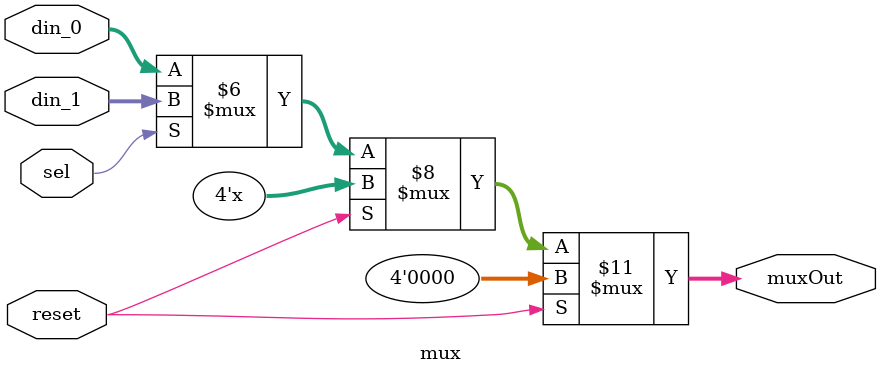
<source format=v>
`timescale 1ns/1ps
module mux(
  input wire sel,
  input wire reset,
  input wire [3:0] din_0,
  input wire [3:0] din_1,
  output reg [3:0] muxOut);


  always @(*)
    begin
      if(!reset)
        begin
          if(sel==0)
            begin
              muxOut = din_0;
            end
          else
            begin
              muxOut = din_1;
            end
          end
      else
        begin
          muxOut = 4'b0000;
        end
    end
endmodule

</source>
